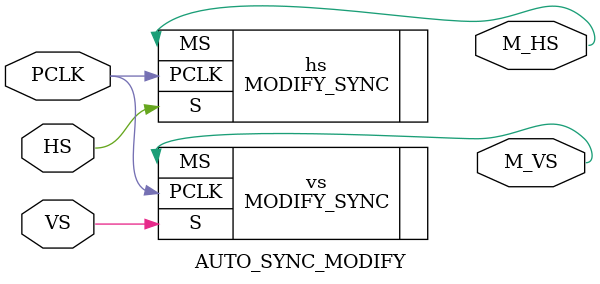
<source format=v>
module AUTO_SYNC_MODIFY  (
input PCLK ,
input VS ,
input HS,

output M_VS,
output M_HS 

) ; 

//--v
MODIFY_SYNC   vs(
 .PCLK(PCLK),  
 .S  (VS), 
 .MS (M_VS)
);
//--h
MODIFY_SYNC   hs(
 .PCLK(PCLK),  
 .S  (HS), 
 .MS (M_HS)
);

endmodule 

</source>
